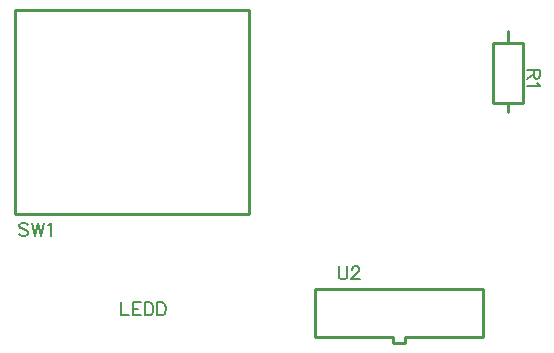
<source format=gto>
G04 Layer: TopSilkscreenLayer*
G04 EasyEDA v6.5.34, 2023-09-11 20:58:26*
G04 66fbaccae1544829bfe50452f84a022a,2c7f107921f9494b8657ce3d0c88cbd9,10*
G04 Gerber Generator version 0.2*
G04 Scale: 100 percent, Rotated: No, Reflected: No *
G04 Dimensions in millimeters *
G04 leading zeros omitted , absolute positions ,4 integer and 5 decimal *
%FSLAX45Y45*%
%MOMM*%

%ADD10C,0.1524*%
%ADD11C,0.2540*%

%LPD*%
D10*
X5474715Y13779500D02*
G01*
X5365750Y13779500D01*
X5474715Y13779500D02*
G01*
X5474715Y13732763D01*
X5469636Y13717270D01*
X5464302Y13711936D01*
X5453888Y13706855D01*
X5443474Y13706855D01*
X5433059Y13711936D01*
X5427979Y13717270D01*
X5422900Y13732763D01*
X5422900Y13779500D01*
X5422900Y13743178D02*
G01*
X5365750Y13706855D01*
X5453888Y13672566D02*
G01*
X5459222Y13662152D01*
X5474715Y13646404D01*
X5365750Y13646404D01*
X1139444Y12469621D02*
G01*
X1129029Y12480036D01*
X1113536Y12485115D01*
X1092707Y12485115D01*
X1077213Y12480036D01*
X1066800Y12469621D01*
X1066800Y12459208D01*
X1071879Y12448794D01*
X1077213Y12443460D01*
X1087628Y12438379D01*
X1118870Y12427965D01*
X1129029Y12422886D01*
X1134363Y12417552D01*
X1139444Y12407137D01*
X1139444Y12391644D01*
X1129029Y12381229D01*
X1113536Y12376150D01*
X1092707Y12376150D01*
X1077213Y12381229D01*
X1066800Y12391644D01*
X1173734Y12485115D02*
G01*
X1199895Y12376150D01*
X1225804Y12485115D02*
G01*
X1199895Y12376150D01*
X1225804Y12485115D02*
G01*
X1251712Y12376150D01*
X1277620Y12485115D02*
G01*
X1251712Y12376150D01*
X1311910Y12464287D02*
G01*
X1322323Y12469621D01*
X1338071Y12485115D01*
X1338071Y12376150D01*
X1930336Y11812015D02*
G01*
X1930336Y11703050D01*
X1930336Y11703050D02*
G01*
X1992566Y11703050D01*
X2026856Y11812015D02*
G01*
X2026856Y11703050D01*
X2026856Y11812015D02*
G01*
X2094420Y11812015D01*
X2026856Y11760200D02*
G01*
X2068512Y11760200D01*
X2026856Y11703050D02*
G01*
X2094420Y11703050D01*
X2128710Y11812015D02*
G01*
X2128710Y11703050D01*
X2128710Y11812015D02*
G01*
X2165286Y11812015D01*
X2180780Y11806936D01*
X2191194Y11796521D01*
X2196274Y11786108D01*
X2201608Y11770360D01*
X2201608Y11744452D01*
X2196274Y11728958D01*
X2191194Y11718544D01*
X2180780Y11708129D01*
X2165286Y11703050D01*
X2128710Y11703050D01*
X2235898Y11812015D02*
G01*
X2235898Y11703050D01*
X2235898Y11812015D02*
G01*
X2272220Y11812015D01*
X2287714Y11806936D01*
X2298128Y11796521D01*
X2303462Y11786108D01*
X2308542Y11770360D01*
X2308542Y11744452D01*
X2303462Y11728958D01*
X2298128Y11718544D01*
X2287714Y11708129D01*
X2272220Y11703050D01*
X2235898Y11703050D01*
X3771900Y12116815D02*
G01*
X3771900Y12038837D01*
X3776979Y12023344D01*
X3787393Y12012929D01*
X3803141Y12007850D01*
X3813556Y12007850D01*
X3829050Y12012929D01*
X3839463Y12023344D01*
X3844543Y12038837D01*
X3844543Y12116815D01*
X3884168Y12090908D02*
G01*
X3884168Y12095987D01*
X3889247Y12106402D01*
X3894581Y12111736D01*
X3904995Y12116815D01*
X3925570Y12116815D01*
X3935984Y12111736D01*
X3941318Y12106402D01*
X3946397Y12095987D01*
X3946397Y12085574D01*
X3941318Y12075160D01*
X3930904Y12059665D01*
X3878834Y12007850D01*
X3951731Y12007850D01*
D11*
X5334000Y14008100D02*
G01*
X5334000Y13754100D01*
X5334000Y13500100D01*
X5080000Y13500100D01*
X5080000Y14008100D01*
X5334000Y14008100D01*
X5207000Y14008100D02*
G01*
X5207000Y14109700D01*
X5207000Y13500100D02*
G01*
X5207000Y13423900D01*
X1028700Y14287500D02*
G01*
X3009900Y14287500D01*
X3009900Y14287500D02*
G01*
X3009900Y12560300D01*
X1028700Y12560300D02*
G01*
X3009900Y12560300D01*
X1028700Y14287500D02*
G01*
X1028700Y12560300D01*
X4991097Y11518900D02*
G01*
X4330700Y11518900D01*
X4229100Y11518900D02*
G01*
X3568700Y11518900D01*
X4229100Y11468100D02*
G01*
X4229100Y11518900D01*
X4330700Y11518900D02*
G01*
X4330700Y11468100D01*
X4330700Y11468100D02*
G01*
X4229100Y11468100D01*
X3568700Y11925300D02*
G01*
X4991097Y11925300D01*
X4991097Y11518900D02*
G01*
X4991097Y11925300D01*
X3568700Y11518900D02*
G01*
X3568700Y11925300D01*
M02*

</source>
